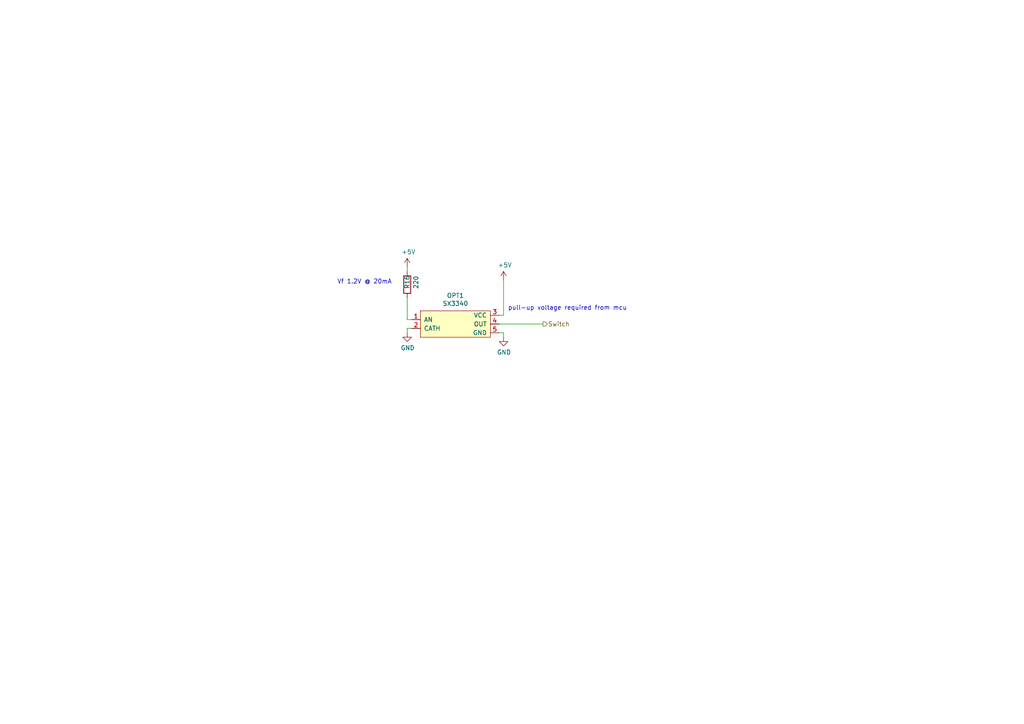
<source format=kicad_sch>
(kicad_sch (version 20211123) (generator eeschema)
  (paper "A4")
  (lib_symbols
    (symbol "Device:R" (pin_numbers hide) (pin_names (offset 0))
      (property "Reference" "R" (at 2.032 0 90))
      (property "Value" "R" (at 0 0 90))
      (symbol "R_0_1"
        (rectangle (start -1.016 -2.54) (end 1.016 2.54) (stroke (width 0.254)))
      )
      (symbol "R_1_1"
        (pin passive line (at 0 3.81 270) (length 1.27) (name "~") (number "1"))
        (pin passive line (at 0 -3.81 90) (length 1.27) (name "~") (number "2"))
      )
    )
    (symbol "omron_sx_3340:SX3340" (pin_names (offset 1.016))
      (property "Reference" "OPT" (at 0 -2.54 0))
      (property "Value" "SX3340" (at 0 -1.27 0))
      (symbol "SX3340_0_0"
        (pin passive line (at -12.7 0 0) (length 2.54) (name "AN") (number "1"))
        (pin passive line (at -12.7 -2.54 0) (length 2.54) (name "CATH") (number "2"))
        (pin power_in line (at 12.7 1.27 180) (length 2.54) (name "VCC") (number "3"))
        (pin output line (at 12.7 -1.27 180) (length 2.54) (name "OUT") (number "4"))
        (pin power_in line (at 12.7 -3.81 180) (length 2.54) (name "GND") (number "5"))
      )
      (symbol "SX3340_0_1"
        (rectangle (start -10.16 2.54) (end 10.16 -5.08) (fill (type background)))
      )
    )
    (symbol "power:+5V" (power) (pin_names (offset 0))
      (property "Value" "+5V" (at 0 3.556 0))
      (symbol "+5V_0_1"
        (polyline (pts (xy -0.762 1.27) (xy 0 2.54)))
        (polyline (pts (xy 0 0) (xy 0 2.54)))
        (polyline (pts (xy 0 2.54) (xy 0.762 1.27)))
      )
      (symbol "+5V_1_1"
        (pin power_in line (at 0 0 90) (length 0) hide (name "+5V") (number "1"))
      )
    )
    (symbol "power:GND" (power) (pin_names (offset 0))
      (property "Value" "GND" (at 0 -3.81 0))
      (symbol "GND_0_1"
        (polyline (pts (xy 0 0) (xy 0 -1.27) (xy 1.27 -1.27) (xy 0 -2.54) (xy -1.27 -1.27) (xy 0 -1.27)))
      )
      (symbol "GND_1_1"
        (pin power_in line (at 0 0 270) (length 0) hide (name "GND") (number "1"))
      )
    )
  )
  (wire (pts (xy 118.11 92.71) (xy 118.11 86.36)))
  (wire (pts (xy 144.78 93.98) (xy 157.48 93.98)))
  (wire (pts (xy 144.78 96.52) (xy 146.05 96.52)))
  (wire (pts (xy 119.38 92.71) (xy 118.11 92.71)))
  (wire (pts (xy 144.78 91.44) (xy 146.05 91.44)))
  (wire (pts (xy 118.11 95.25) (xy 118.11 96.52)))
  (wire (pts (xy 118.11 77.47) (xy 118.11 78.74)))
  (wire (pts (xy 146.05 81.28) (xy 146.05 91.44)))
  (wire (pts (xy 146.05 96.52) (xy 146.05 97.79)))
  (wire (pts (xy 119.38 95.25) (xy 118.11 95.25)))
  (text "Vf 1.2V @ 20mA" (at 97.79 82.55 0) (effects (font (size 1.27 1.27)) (justify left bottom)))
  (text "pull-up voltage required from mcu" (at 147.32 90.17 0) (effects (font (size 1.27 1.27)) (justify left bottom)))
  (hierarchical_label "Switch" (shape output) (at 157.48 93.98 0))
  (symbol (lib_id "omron_sx_3340:SX3340") (at 132.08 92.71 0) (unit 1)
    (property "Reference" "OPT1" (at 132.08 85.725 0))
    (property "Value" "SX3340" (at 132.08 88.0364 0))
    (property "Footprint" "stepperservo:Omron_SX_3340" (effects hide))
  )
  (symbol (lib_id "Device:R") (at 118.11 82.55 0) (unit 1)
    (property "Reference" "R16" (at 118.11 83.82 90) (effects (justify left)))
    (property "Value" "220" (at 120.65 83.82 90) (effects (justify left)))
    (property "Footprint" "Resistor_SMD:R_0603_1608Metric" (effects hide))
  )
  (symbol (lib_id "power:+5V") (at 118.11 77.47 0) (unit 1)
    (property "Reference" "#PWR0173" (effects hide))
    (property "Value" "+5V" (at 118.491 73.0758 0))
  )
  (symbol (lib_id "power:GND") (at 118.11 96.52 0) (unit 1)
    (property "Reference" "#PWR0174" (effects hide))
    (property "Value" "GND" (at 118.237 100.9142 0))
  )
  (symbol (lib_id "power:+5V") (at 146.05 81.28 0) (unit 1)
    (property "Reference" "#PWR0175" (effects hide))
    (property "Value" "+5V" (at 146.431 76.8858 0))
  )
  (symbol (lib_id "power:GND") (at 146.05 97.79 0) (unit 1)
    (property "Reference" "#PWR0176" (effects hide))
    (property "Value" "GND" (at 146.177 102.1842 0))
  )
)
</source>
